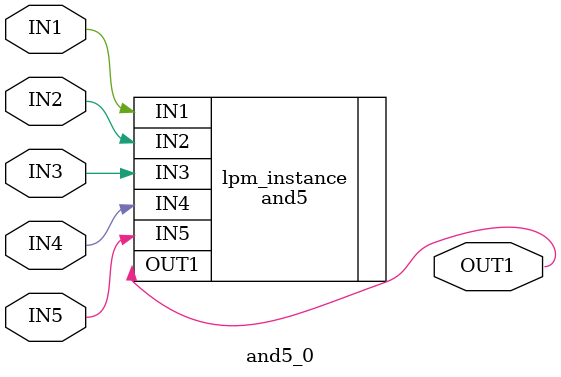
<source format=v>



module and5_0(IN3,IN2,IN1,IN5,IN4,OUT1);
input IN3;
input IN2;
input IN1;
input IN5;
input IN4;
output OUT1;

and5	lpm_instance(.IN3(IN3),.IN2(IN2),.IN1(IN1),.IN5(IN5),.IN4(IN4),.OUT1(OUT1));

endmodule

</source>
